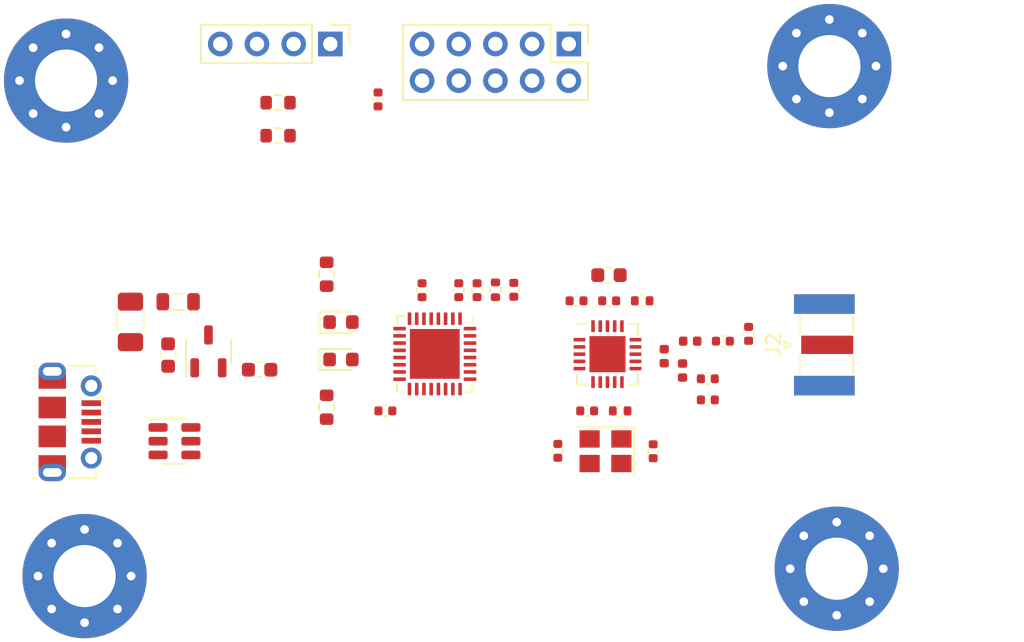
<source format=kicad_pcb>
(kicad_pcb (version 20221018) (generator pcbnew)
  (layers (0 "F.Cu" signal) (31 "B.Cu" signal) (34 "B.Paste" user) (35 "F.Paste" user) (36 "B.SilkS" user "B.Silkscreen") (37 "F.SilkS" user "F.Silkscreen") (38 "B.Mask" user) (39 "F.Mask" user) (44 "Edge.Cuts" user))
  (net 0 "")
  (net 1 "+3V3")
  (net 2 "I2C1_SDA")
  (net 3 "I2C1_SCL")
  (net 4 "Net-(D2-K)")
  (net 5 "GND")
  (net 6 "Net-(D1-K)")
  (net 7 "NRF_XC2")
  (net 8 "NRF_XC1")
  (net 9 "Net-(U4-IREF)")
  (net 10 "Net-(U3-PH3)")
  (net 11 "USB_D+")
  (net 12 "USB_D-")
  (net 13 "USB_CONN_D-")
  (net 14 "+5V")
  (net 15 "USB_CONN_D+")
  (net 16 "Net-(U1-VI)")
  (net 19 "NRST")
  (net 22 "Net-(D2-A)")
  (net 23 "Net-(D1-A)")
  (net 31 "SWDIO")
  (net 32 "SWCLK")
  (net 33 "NRF_IRQ")
  (net 34 "SPI3_SCK")
  (net 35 "SPI3_MISO")
  (net 36 "SPI3_MOSI")
  (net 37 "SPI3_CS")
  (net 38 "NRF_CE")
  (net 39 "NRF_VDD_PA")
  (net 40 "NRF_ANT1")
  (net 41 "NRF_ANT2")
  (net 42 "Net-(U4-DVDD)")
  (net 43 "Net-(F1-Pad2)")
  (net 44 "Net-(C15-Pad2)")
  (net 50 "Net-(J2-In)")
  (footprint "Inductor_SMD:L_0402_1005Metric" (layer "F.Cu") (at 135.382 53.34 90)
    (fp_text reference "L3" hide)
    (fp_text value "2n7" hide)
    (pad "1" smd roundrect (at -0.485 0 90) (size 0.59 0.64) (layers "F.Cu" "F.Paste" "F.Mask") (net 39 "NRF_VDD_PA"))
    (pad "2" smd roundrect (at 0.485 0 90) (size 0.59 0.64) (layers "F.Cu" "F.Paste" "F.Mask") (net 40 "NRF_ANT1"))
  )
  (footprint "Capacitor_SMD:C_0603_1608Metric" (layer "F.Cu") (at 130.289 46.736)
    (fp_text reference "C8" hide)
    (fp_text value "10u" hide)
    (fp_line (start -0.14058 -0.51) (end 0.14058 -0.51) (stroke (width 0.12)) (layer "F.SilkS"))
    (fp_line (start -0.14058 0.51) (end 0.14058 0.51) (stroke (width 0.12)) (layer "F.SilkS"))
    (pad "1" smd roundrect (at -0.775 0) (size 0.9 0.95) (layers "F.Cu" "F.Paste" "F.Mask") (net 1 "+3V3"))
    (pad "2" smd roundrect (at 0.775 0) (size 0.9 0.95) (layers "F.Cu" "F.Paste" "F.Mask") (net 5 "GND"))
  )
  (footprint "LED_SMD:LED_0603_1608Metric" (layer "F.Cu") (at 111.7345 49.988)
    (fp_text reference "D2" hide)
    (fp_text value "BLUE" hide)
    (fp_line (start -1.485 -0.735) (end -1.485 0.735) (stroke (width 0.12)) (layer "F.SilkS"))
    (fp_line (start -1.485 0.735) (end 0.8 0.735) (stroke (width 0.12)) (layer "F.SilkS"))
    (fp_line (start 0.8 -0.735) (end -1.485 -0.735) (stroke (width 0.12)) (layer "F.SilkS"))
    (pad "1" smd roundrect (at -0.7875 0) (size 0.875 0.95) (layers "F.Cu" "F.Paste" "F.Mask") (net 4 "Net-(D2-K)"))
    (pad "2" smd roundrect (at 0.7875 0) (size 0.875 0.95) (layers "F.Cu" "F.Paste" "F.Mask") (net 22 "Net-(D2-A)"))
  )
  (footprint "Capacitor_SMD:C_0402_1005Metric" (layer "F.Cu") (at 128.044 48.514 180)
    (fp_text reference "C12" hide)
    (fp_text value "33n" hide)
    (fp_line (start -0.107836 -0.36) (end 0.107836 -0.36) (stroke (width 0.12)) (layer "F.SilkS"))
    (fp_line (start -0.107836 0.36) (end 0.107836 0.36) (stroke (width 0.12)) (layer "F.SilkS"))
    (pad "1" smd roundrect (at -0.48 0 180) (size 0.56 0.62) (layers "F.Cu" "F.Paste" "F.Mask") (net 42 "Net-(U4-DVDD)"))
    (pad "2" smd roundrect (at 0.48 0 180) (size 0.56 0.62) (layers "F.Cu" "F.Paste" "F.Mask") (net 5 "GND"))
  )
  (footprint "Capacitor_SMD:C_0402_1005Metric" (layer "F.Cu") (at 114.808 56.134 180)
    (fp_text reference "C6" hide)
    (fp_text value "100n" hide)
    (fp_line (start -0.107836 -0.36) (end 0.107836 -0.36) (stroke (width 0.12)) (layer "F.SilkS"))
    (fp_line (start -0.107836 0.36) (end 0.107836 0.36) (stroke (width 0.12)) (layer "F.SilkS"))
    (pad "1" smd roundrect (at -0.48 0 180) (size 0.56 0.62) (layers "F.Cu" "F.Paste" "F.Mask") (net 1 "+3V3"))
    (pad "2" smd roundrect (at 0.48 0 180) (size 0.56 0.62) (layers "F.Cu" "F.Paste" "F.Mask") (net 5 "GND"))
  )
  (footprint "Capacitor_SMD:C_0402_1005Metric" (layer "F.Cu") (at 130.302 48.514)
    (fp_text reference "C11" hide)
    (fp_text value "10n" hide)
    (fp_line (start -0.107836 -0.36) (end 0.107836 -0.36) (stroke (width 0.12)) (layer "F.SilkS"))
    (fp_line (start -0.107836 0.36) (end 0.107836 0.36) (stroke (width 0.12)) (layer "F.SilkS"))
    (pad "1" smd roundrect (at -0.48 0) (size 0.56 0.62) (layers "F.Cu" "F.Paste" "F.Mask") (net 1 "+3V3"))
    (pad "2" smd roundrect (at 0.48 0) (size 0.56 0.62) (layers "F.Cu" "F.Paste" "F.Mask") (net 5 "GND"))
  )
  (footprint "MountingHole:MountingHole_4.3mm_M4_Pad_Via" (layer "F.Cu") (at 92.704419 33.268419)
    (fp_text reference "H3" hide)
    (fp_text value "MountingHole_Pad" hide)
    (pad "1" thru_hole circle (at -3.225 0) (size 0.9 0.9) (drill 0.6) (layers "*.Cu" "*.Mask") (net 5 "GND"))
    (pad "1" thru_hole circle (at -2.280419 -2.280419) (size 0.9 0.9) (drill 0.6) (layers "*.Cu" "*.Mask") (net 5 "GND"))
    (pad "1" thru_hole circle (at -2.280419 2.280419) (size 0.9 0.9) (drill 0.6) (layers "*.Cu" "*.Mask") (net 5 "GND"))
    (pad "1" thru_hole circle (at 0 -3.225) (size 0.9 0.9) (drill 0.6) (layers "*.Cu" "*.Mask") (net 5 "GND"))
    (pad "1" thru_hole circle (at 0 0) (size 8.6 8.6) (drill 4.3) (layers "*.Cu" "*.Mask") (net 5 "GND"))
    (pad "1" thru_hole circle (at 0 3.225) (size 0.9 0.9) (drill 0.6) (layers "*.Cu" "*.Mask") (net 5 "GND"))
    (pad "1" thru_hole circle (at 2.280419 -2.280419) (size 0.9 0.9) (drill 0.6) (layers "*.Cu" "*.Mask") (net 5 "GND"))
    (pad "1" thru_hole circle (at 2.280419 2.280419) (size 0.9 0.9) (drill 0.6) (layers "*.Cu" "*.Mask") (net 5 "GND"))
    (pad "1" thru_hole circle (at 3.225 0) (size 0.9 0.9) (drill 0.6) (layers "*.Cu" "*.Mask") (net 5 "GND"))
  )
  (footprint "MountingHole:MountingHole_4.3mm_M4_Pad_Via" (layer "F.Cu") (at 93.985581 67.569581)
    (fp_text reference "H4" hide)
    (fp_text value "MountingHole_Pad" hide)
    (pad "1" thru_hole circle (at -3.225 0) (size 0.9 0.9) (drill 0.6) (layers "*.Cu" "*.Mask") (net 5 "GND"))
    (pad "1" thru_hole circle (at -2.280419 -2.280419) (size 0.9 0.9) (drill 0.6) (layers "*.Cu" "*.Mask") (net 5 "GND"))
    (pad "1" thru_hole circle (at -2.280419 2.280419) (size 0.9 0.9) (drill 0.6) (layers "*.Cu" "*.Mask") (net 5 "GND"))
    (pad "1" thru_hole circle (at 0 -3.225) (size 0.9 0.9) (drill 0.6) (layers "*.Cu" "*.Mask") (net 5 "GND"))
    (pad "1" thru_hole circle (at 0 0) (size 8.6 8.6) (drill 4.3) (layers "*.Cu" "*.Mask") (net 5 "GND"))
    (pad "1" thru_hole circle (at 0 3.225) (size 0.9 0.9) (drill 0.6) (layers "*.Cu" "*.Mask") (net 5 "GND"))
    (pad "1" thru_hole circle (at 2.280419 -2.280419) (size 0.9 0.9) (drill 0.6) (layers "*.Cu" "*.Mask") (net 5 "GND"))
    (pad "1" thru_hole circle (at 2.280419 2.280419) (size 0.9 0.9) (drill 0.6) (layers "*.Cu" "*.Mask") (net 5 "GND"))
    (pad "1" thru_hole circle (at 3.225 0) (size 0.9 0.9) (drill 0.6) (layers "*.Cu" "*.Mask") (net 5 "GND"))
  )
  (footprint "Capacitor_SMD:C_0402_1005Metric" (layer "F.Cu") (at 117.348 47.78 90)
    (fp_text reference "C7" hide)
    (fp_text value "100n" hide)
    (fp_line (start -0.107836 -0.36) (end 0.107836 -0.36) (stroke (width 0.12)) (layer "F.SilkS"))
    (fp_line (start -0.107836 0.36) (end 0.107836 0.36) (stroke (width 0.12)) (layer "F.SilkS"))
    (pad "1" smd roundrect (at -0.48 0 90) (size 0.56 0.62) (layers "F.Cu" "F.Paste" "F.Mask") (net 1 "+3V3"))
    (pad "2" smd roundrect (at 0.48 0 90) (size 0.56 0.62) (layers "F.Cu" "F.Paste" "F.Mask") (net 5 "GND"))
  )
  (footprint "MountingHole:MountingHole_4.3mm_M4_Pad_Via" (layer "F.Cu") (at 145.547581 32.263581)
    (fp_text reference "H1" hide)
    (fp_text value "MountingHole_Pad" hide)
    (pad "1" thru_hole circle (at -3.225 0) (size 0.9 0.9) (drill 0.6) (layers "*.Cu" "*.Mask") (net 5 "GND"))
    (pad "1" thru_hole circle (at -2.280419 -2.280419) (size 0.9 0.9) (drill 0.6) (layers "*.Cu" "*.Mask") (net 5 "GND"))
    (pad "1" thru_hole circle (at -2.280419 2.280419) (size 0.9 0.9) (drill 0.6) (layers "*.Cu" "*.Mask") (net 5 "GND"))
    (pad "1" thru_hole circle (at 0 -3.225) (size 0.9 0.9) (drill 0.6) (layers "*.Cu" "*.Mask") (net 5 "GND"))
    (pad "1" thru_hole circle (at 0 0) (size 8.6 8.6) (drill 4.3) (layers "*.Cu" "*.Mask") (net 5 "GND"))
    (pad "1" thru_hole circle (at 0 3.225) (size 0.9 0.9) (drill 0.6) (layers "*.Cu" "*.Mask") (net 5 "GND"))
    (pad "1" thru_hole circle (at 2.280419 -2.280419) (size 0.9 0.9) (drill 0.6) (layers "*.Cu" "*.Mask") (net 5 "GND"))
    (pad "1" thru_hole circle (at 2.280419 2.280419) (size 0.9 0.9) (drill 0.6) (layers "*.Cu" "*.Mask") (net 5 "GND"))
    (pad "1" thru_hole circle (at 3.225 0) (size 0.9 0.9) (drill 0.6) (layers "*.Cu" "*.Mask") (net 5 "GND"))
  )
  (footprint "Capacitor_SMD:C_0402_1005Metric" (layer "F.Cu") (at 114.3 34.572 90)
    (fp_text reference "C3" hide)
    (fp_text value "100n" hide)
    (fp_line (start -0.107836 -0.36) (end 0.107836 -0.36) (stroke (width 0.12)) (layer "F.SilkS"))
    (fp_line (start -0.107836 0.36) (end 0.107836 0.36) (stroke (width 0.12)) (layer "F.SilkS"))
    (pad "1" smd roundrect (at -0.48 0 90) (size 0.56 0.62) (layers "F.Cu" "F.Paste" "F.Mask") (net 19 "NRST"))
    (pad "2" smd roundrect (at 0.48 0 90) (size 0.56 0.62) (layers "F.Cu" "F.Paste" "F.Mask") (net 5 "GND"))
  )
  (footprint "Connector_PinHeader_2.54mm:PinHeader_1x04_P2.54mm_Vertical" (layer "F.Cu") (at 110.998 30.734 -90)
    (fp_text reference "J4" hide)
    (fp_text value "Conn_01x04" hide)
    (fp_line (start -1.33 -1.33) (end 0 -1.33) (stroke (width 0.12)) (layer "F.SilkS"))
    (fp_line (start -1.33 0) (end -1.33 -1.33) (stroke (width 0.12)) (layer "F.SilkS"))
    (fp_line (start -1.33 1.27) (end -1.33 8.95) (stroke (width 0.12)) (layer "F.SilkS"))
    (fp_line (start -1.33 1.27) (end 1.33 1.27) (stroke (width 0.12)) (layer "F.SilkS"))
    (fp_line (start -1.33 8.95) (end 1.33 8.95) (stroke (width 0.12)) (layer "F.SilkS"))
    (fp_line (start 1.33 1.27) (end 1.33 8.95) (stroke (width 0.12)) (layer "F.SilkS"))
    (pad "1" thru_hole rect (at 0 0 270) (size 1.7 1.7) (drill 1) (layers "*.Cu" "*.Mask") (net 2 "I2C1_SDA"))
    (pad "2" thru_hole oval (at 0 2.54 270) (size 1.7 1.7) (drill 1) (layers "*.Cu" "*.Mask") (net 3 "I2C1_SCL"))
    (pad "3" thru_hole oval (at 0 5.08 270) (size 1.7 1.7) (drill 1) (layers "*.Cu" "*.Mask") (net 1 "+3V3"))
    (pad "4" thru_hole oval (at 0 7.62 270) (size 1.7 1.7) (drill 1) (layers "*.Cu" "*.Mask") (net 5 "GND"))
  )
  (footprint "Capacitor_SMD:C_0402_1005Metric" (layer "F.Cu") (at 126.746 58.9 90)
    (fp_text reference "C14" hide)
    (fp_text value "12p" hide)
    (fp_line (start -0.107836 -0.36) (end 0.107836 -0.36) (stroke (width 0.12)) (layer "F.SilkS"))
    (fp_line (start -0.107836 0.36) (end 0.107836 0.36) (stroke (width 0.12)) (layer "F.SilkS"))
    (pad "1" smd roundrect (at -0.48 0 90) (size 0.56 0.62) (layers "F.Cu" "F.Paste" "F.Mask") (net 7 "NRF_XC2"))
    (pad "2" smd roundrect (at 0.48 0 90) (size 0.56 0.62) (layers "F.Cu" "F.Paste" "F.Mask") (net 5 "GND"))
  )
  (footprint "Crystal:Crystal_SMD_3225-4Pin_3.2x2.5mm" (layer "F.Cu") (at 130.048 58.928 180)
    (fp_text reference "Y1" hide)
    (fp_text value "16MHz" hide)
    (fp_line (start -2 -1.65) (end -2 1.65) (stroke (width 0.12)) (layer "F.SilkS"))
    (fp_line (start -2 1.65) (end 2 1.65) (stroke (width 0.12)) (layer "F.SilkS"))
    (pad "1" smd rect (at -1.1 0.85 180) (size 1.4 1.2) (layers "F.Cu" "F.Paste" "F.Mask") (net 8 "NRF_XC1"))
    (pad "2" smd rect (at 1.1 0.85 180) (size 1.4 1.2) (layers "F.Cu" "F.Paste" "F.Mask") (net 5 "GND"))
    (pad "3" smd rect (at 1.1 -0.85 180) (size 1.4 1.2) (layers "F.Cu" "F.Paste" "F.Mask") (net 7 "NRF_XC2"))
    (pad "4" smd rect (at -1.1 -0.85 180) (size 1.4 1.2) (layers "F.Cu" "F.Paste" "F.Mask") (net 5 "GND"))
  )
  (footprint "Resistor_SMD:R_0603_1608Metric" (layer "F.Cu") (at 107.379 34.798)
    (fp_text reference "R6" hide)
    (fp_text value "2k2" hide)
    (fp_line (start -0.237258 -0.5225) (end 0.237258 -0.5225) (stroke (width 0.12)) (layer "F.SilkS"))
    (fp_line (start -0.237258 0.5225) (end 0.237258 0.5225) (stroke (width 0.12)) (layer "F.SilkS"))
    (pad "1" smd roundrect (at -0.825 0) (size 0.8 0.95) (layers "F.Cu" "F.Paste" "F.Mask") (net 1 "+3V3"))
    (pad "2" smd roundrect (at 0.825 0) (size 0.8 0.95) (layers "F.Cu" "F.Paste" "F.Mask") (net 3 "I2C1_SCL"))
  )
  (footprint "Capacitor_SMD:C_0402_1005Metric" (layer "F.Cu") (at 133.35 58.928 -90)
    (fp_text reference "C13" hide)
    (fp_text value "12p" hide)
    (fp_line (start -0.107836 -0.36) (end 0.107836 -0.36) (stroke (width 0.12)) (layer "F.SilkS"))
    (fp_line (start -0.107836 0.36) (end 0.107836 0.36) (stroke (width 0.12)) (layer "F.SilkS"))
    (pad "1" smd roundrect (at -0.48 0 270) (size 0.56 0.62) (layers "F.Cu" "F.Paste" "F.Mask") (net 8 "NRF_XC1"))
    (pad "2" smd roundrect (at 0.48 0 270) (size 0.56 0.62) (layers "F.Cu" "F.Paste" "F.Mask") (net 5 "GND"))
  )
  (footprint "Resistor_SMD:R_0402_1005Metric" (layer "F.Cu") (at 122.428 47.752 90)
    (fp_text reference "R1" hide)
    (fp_text value "10k" hide)
    (fp_line (start -0.153641 -0.38) (end 0.153641 -0.38) (stroke (width 0.12)) (layer "F.SilkS"))
    (fp_line (start -0.153641 0.38) (end 0.153641 0.38) (stroke (width 0.12)) (layer "F.SilkS"))
    (pad "1" smd roundrect (at -0.51 0 90) (size 0.54 0.64) (layers "F.Cu" "F.Paste" "F.Mask") (net 10 "Net-(U3-PH3)"))
    (pad "2" smd roundrect (at 0.51 0 90) (size 0.54 0.64) (layers "F.Cu" "F.Paste" "F.Mask") (net 5 "GND"))
  )
  (footprint "Capacitor_SMD:C_0402_1005Metric" (layer "F.Cu") (at 137.132 53.91 180)
    (fp_text reference "C18" hide)
    (fp_text value "4p7" hide)
    (fp_line (start -0.107836 -0.36) (end 0.107836 -0.36) (stroke (width 0.12)) (layer "F.SilkS"))
    (fp_line (start -0.107836 0.36) (end 0.107836 0.36) (stroke (width 0.12)) (layer "F.SilkS"))
    (pad "1" smd roundrect (at -0.48 0 180) (size 0.56 0.62) (layers "F.Cu" "F.Paste" "F.Mask") (net 5 "GND"))
    (pad "2" smd roundrect (at 0.48 0 180) (size 0.56 0.62) (layers "F.Cu" "F.Paste" "F.Mask") (net 39 "NRF_VDD_PA"))
  )
  (footprint "Resistor_SMD:R_0603_1608Metric" (layer "F.Cu") (at 110.744 46.673 90)
    (fp_text reference "R3" hide)
    (fp_text value "2k2" hide)
    (fp_line (start -0.237258 -0.5225) (end 0.237258 -0.5225) (stroke (width 0.12)) (layer "F.SilkS"))
    (fp_line (start -0.237258 0.5225) (end 0.237258 0.5225) (stroke (width 0.12)) (layer "F.SilkS"))
    (pad "1" smd roundrect (at -0.825 0 90) (size 0.8 0.95) (layers "F.Cu" "F.Paste" "F.Mask") (net 4 "Net-(D2-K)"))
    (pad "2" smd roundrect (at 0.825 0 90) (size 0.8 0.95) (layers "F.Cu" "F.Paste" "F.Mask") (net 5 "GND"))
  )
  (footprint "LED_SMD:LED_0603_1608Metric" (layer "F.Cu") (at 111.7345 52.578)
    (fp_text reference "D1" hide)
    (fp_text value "GREEN" hide)
    (fp_line (start -1.485 -0.735) (end -1.485 0.735) (stroke (width 0.12)) (layer "F.SilkS"))
    (fp_line (start -1.485 0.735) (end 0.8 0.735) (stroke (width 0.12)) (layer "F.SilkS"))
    (fp_line (start 0.8 -0.735) (end -1.485 -0.735) (stroke (width 0.12)) (layer "F.SilkS"))
    (pad "1" smd roundrect (at -0.7875 0) (size 0.875 0.95) (layers "F.Cu" "F.Paste" "F.Mask") (net 6 "Net-(D1-K)"))
    (pad "2" smd roundrect (at 0.7875 0) (size 0.875 0.95) (layers "F.Cu" "F.Paste" "F.Mask") (net 23 "Net-(D1-A)"))
  )
  (footprint "Package_TO_SOT_SMD:SOT-23-3" (layer "F.Cu") (at 102.5605 52.0145 90)
    (fp_text reference "U1" hide)
    (fp_text value "XC6206P332MR" hide)
    (fp_line (start 0 -1.56) (end -1.8 -1.56) (stroke (width 0.12)) (layer "F.SilkS"))
    (fp_line (start 0 -1.56) (end 0.8 -1.56) (stroke (width 0.12)) (layer "F.SilkS"))
    (fp_line (start 0 1.56) (end -0.8 1.56) (stroke (width 0.12)) (layer "F.SilkS"))
    (fp_line (start 0 1.56) (end 0.8 1.56) (stroke (width 0.12)) (layer "F.SilkS"))
    (pad "1" smd roundrect (at -1.1375 -0.95 90) (size 1.325 0.6) (layers "F.Cu" "F.Paste" "F.Mask") (net 5 "GND"))
    (pad "2" smd roundrect (at -1.1375 0.95 90) (size 1.325 0.6) (layers "F.Cu" "F.Paste" "F.Mask") (net 1 "+3V3"))
    (pad "3" smd roundrect (at 1.1375 0 90) (size 1.325 0.6) (layers "F.Cu" "F.Paste" "F.Mask") (net 16 "Net-(U1-VI)"))
  )
  (footprint "Capacitor_SMD:C_0402_1005Metric" (layer "F.Cu") (at 121.158 47.78 90)
    (fp_text reference "C5" hide)
    (fp_text value "100n" hide)
    (fp_line (start -0.107836 -0.36) (end 0.107836 -0.36) (stroke (width 0.12)) (layer "F.SilkS"))
    (fp_line (start -0.107836 0.36) (end 0.107836 0.36) (stroke (width 0.12)) (layer "F.SilkS"))
    (pad "1" smd roundrect (at -0.48 0 90) (size 0.56 0.62) (layers "F.Cu" "F.Paste" "F.Mask") (net 1 "+3V3"))
    (pad "2" smd roundrect (at 0.48 0 90) (size 0.56 0.62) (layers "F.Cu" "F.Paste" "F.Mask") (net 5 "GND"))
  )
  (footprint "Connector_PinHeader_2.54mm:PinHeader_2x05_P2.54mm_Vertical" (layer "F.Cu") (at 127.508 30.734 -90)
    (fp_text reference "J3" hide)
    (fp_text value "10 pin for stlink" hide)
    (fp_line (start -1.33 -1.33) (end 0 -1.33) (stroke (width 0.12)) (layer "F.SilkS"))
    (fp_line (start -1.33 0) (end -1.33 -1.33) (stroke (width 0.12)) (layer "F.SilkS"))
    (fp_line (start -1.33 1.27) (end -1.33 11.49) (stroke (width 0.12)) (layer "F.SilkS"))
    (fp_line (start -1.33 1.27) (end 1.27 1.27) (stroke (width 0.12)) (layer "F.SilkS"))
    (fp_line (start -1.33 11.49) (end 3.87 11.49) (stroke (width 0.12)) (layer "F.SilkS"))
    (fp_line (start 1.27 -1.33) (end 3.87 -1.33) (stroke (width 0.12)) (layer "F.SilkS"))
    (fp_line (start 1.27 1.27) (end 1.27 -1.33) (stroke (width 0.12)) (layer "F.SilkS"))
    (fp_line (start 3.87 -1.33) (end 3.87 11.49) (stroke (width 0.12)) (layer "F.SilkS"))
    (pad "1" thru_hole rect (at 0 0 270) (size 1.7 1.7) (drill 1) (layers "*.Cu" "*.Mask") (net 1 "+3V3"))
    (pad "2" thru_hole oval (at 2.54 0 270) (size 1.7 1.7) (drill 1) (layers "*.Cu" "*.Mask") (net 31 "SWDIO"))
    (pad "3" thru_hole oval (at 0 2.54 270) (size 1.7 1.7) (drill 1) (layers "*.Cu" "*.Mask") (net 5 "GND"))
    (pad "4" thru_hole oval (at 2.54 2.54 270) (size 1.7 1.7) (drill 1) (layers "*.Cu" "*.Mask") (net 32 "SWCLK"))
    (pad "5" thru_hole oval (at 0 5.08 270) (size 1.7 1.7) (drill 1) (layers "*.Cu" "*.Mask") (net 5 "GND"))
    (pad "6" thru_hole oval (at 2.54 5.08 270) (size 1.7 1.7) (drill 1) (layers "*.Cu" "*.Mask"))
    (pad "7" thru_hole oval (at 0 7.62 270) (size 1.7 1.7) (drill 1) (layers "*.Cu" "*.Mask"))
    (pad "8" thru_hole oval (at 2.54 7.62 270) (size 1.7 1.7) (drill 1) (layers "*.Cu" "*.Mask"))
    (pad "9" thru_hole oval (at 0 10.16 270) (size 1.7 1.7) (drill 1) (layers "*.Cu" "*.Mask") (net 5 "GND"))
    (pad "10" thru_hole oval (at 2.54 10.16 270) (size 1.7 1.7) (drill 1) (layers "*.Cu" "*.Mask") (net 19 "NRST"))
  )
  (footprint "Resistor_SMD:R_0402_1005Metric" (layer "F.Cu") (at 132.588 48.514 180)
    (fp_text reference "R4" hide)
    (fp_text value "22k" hide)
    (fp_line (start -0.153641 -0.38) (end 0.153641 -0.38) (stroke (width 0.12)) (layer "F.SilkS"))
    (fp_line (start -0.153641 0.38) (end 0.153641 0.38) (stroke (width 0.12)) (layer "F.SilkS"))
    (pad "1" smd roundrect (at -0.51 0 180) (size 0.54 0.64) (layers "F.Cu" "F.Paste" "F.Mask") (net 9 "Net-(U4-IREF)"))
    (pad "2" smd roundrect (at 0.51 0 180) (size 0.54 0.64) (layers "F.Cu" "F.Paste" "F.Mask") (net 5 "GND"))
  )
  (footprint "Capacitor_SMD:C_0402_1005Metric" (layer "F.Cu") (at 128.778 56.134)
    (fp_text reference "C9" hide)
    (fp_text value "10n" hide)
    (fp_line (start -0.107836 -0.36) (end 0.107836 -0.36) (stroke (width 0.12)) (layer "F.SilkS"))
    (fp_line (start -0.107836 0.36) (end 0.107836 0.36) (stroke (width 0.12)) (layer "F.SilkS"))
    (pad "1" smd roundrect (at -0.48 0) (size 0.56 0.62) (layers "F.Cu" "F.Paste" "F.Mask") (net 1 "+3V3"))
    (pad "2" smd roundrect (at 0.48 0) (size 0.56 0.62) (layers "F.Cu" "F.Paste" "F.Mask") (net 5 "GND"))
  )
  (footprint "Package_TO_SOT_SMD:SOT-23-6" (layer "F.Cu") (at 100.2085 58.232)
    (fp_text reference "U2" hide)
    (fp_text value "USBLC6-2SC6" hide)
    (fp_line (start 0 -1.56) (end -1.8 -1.56) (stroke (width 0.12)) (layer "F.SilkS"))
    (fp_line (start 0 -1.56) (end 0.8 -1.56) (stroke (width 0.12)) (layer "F.SilkS"))
    (fp_line (start 0 1.56) (end -0.8 1.56) (stroke (width 0.12)) (layer "F.SilkS"))
    (fp_line (start 0 1.56) (end 0.8 1.56) (stroke (width 0.12)) (layer "F.SilkS"))
    (pad "1" smd roundrect (at -1.1375 -0.95) (size 1.325 0.6) (layers "F.Cu" "F.Paste" "F.Mask") (net 11 "USB_D+"))
    (pad "2" smd roundrect (at -1.1375 0) (size 1.325 0.6) (layers "F.Cu" "F.Paste" "F.Mask") (net 5 "GND"))
    (pad "3" smd roundrect (at -1.1375 0.95) (size 1.325 0.6) (layers "F.Cu" "F.Paste" "F.Mask") (net 12 "USB_D-"))
    (pad "4" smd roundrect (at 1.1375 0.95) (size 1.325 0.6) (layers "F.Cu" "F.Paste" "F.Mask") (net 13 "USB_CONN_D-"))
    (pad "5" smd roundrect (at 1.1375 0) (size 1.325 0.6) (layers "F.Cu" "F.Paste" "F.Mask") (net 14 "+5V"))
    (pad "6" smd roundrect (at 1.1375 -0.95) (size 1.325 0.6) (layers "F.Cu" "F.Paste" "F.Mask") (net 15 "USB_CONN_D+"))
  )
  (footprint "Capacitor_SMD:C_0402_1005Metric" (layer "F.Cu") (at 137.132 55.372 180)
    (fp_text reference "C17" hide)
    (fp_text value "2n2" hide)
    (fp_line (start -0.107836 -0.36) (end 0.107836 -0.36) (stroke (width 0.12)) (layer "F.SilkS"))
    (fp_line (start -0.107836 0.36) (end 0.107836 0.36) (stroke (width 0.12)) (layer "F.SilkS"))
    (pad "1" smd roundrect (at -0.48 0 180) (size 0.56 0.62) (layers "F.Cu" "F.Paste" "F.Mask") (net 5 "GND"))
    (pad "2" smd roundrect (at 0.48 0 180) (size 0.56 0.62) (layers "F.Cu" "F.Paste" "F.Mask") (net 39 "NRF_VDD_PA"))
  )
  (footprint "Capacitor_SMD:C_0603_1608Metric" (layer "F.Cu") (at 99.7665 52.2685 -90)
    (fp_text reference "C1" hide)
    (fp_text value "10u" hide)
    (fp_line (start -0.14058 -0.51) (end 0.14058 -0.51) (stroke (width 0.12)) (layer "F.SilkS"))
    (fp_line (start -0.14058 0.51) (end 0.14058 0.51) (stroke (width 0.12)) (layer "F.SilkS"))
    (pad "1" smd roundrect (at -0.775 0 270) (size 0.9 0.95) (layers "F.Cu" "F.Paste" "F.Mask") (net 16 "Net-(U1-VI)"))
    (pad "2" smd roundrect (at 0.775 0 270) (size 0.9 0.95) (layers "F.Cu" "F.Paste" "F.Mask") (net 5 "GND"))
  )
  (footprint "Resistor_SMD:R_0603_1608Metric" (layer "F.Cu") (at 107.379 37.084)
    (fp_text reference "R7" hide)
    (fp_text value "2k2" hide)
    (fp_line (start -0.237258 -0.5225) (end 0.237258 -0.5225) (stroke (width 0.12)) (layer "F.SilkS"))
    (fp_line (start -0.237258 0.5225) (end 0.237258 0.5225) (stroke (width 0.12)) (layer "F.SilkS"))
    (pad "1" smd roundrect (at -0.825 0) (size 0.8 0.95) (layers "F.Cu" "F.Paste" "F.Mask") (net 1 "+3V3"))
    (pad "2" smd roundrect (at 0.825 0) (size 0.8 0.95) (layers "F.Cu" "F.Paste" "F.Mask") (net 2 "I2C1_SDA"))
  )
  (footprint "Resistor_SMD:R_0402_1005Metric" (layer "F.Cu") (at 131.064 56.134)
    (fp_text reference "R5" hide)
    (fp_text value "1M" hide)
    (fp_line (start -0.153641 -0.38) (end 0.153641 -0.38) (stroke (width 0.12)) (layer "F.SilkS"))
    (fp_line (start -0.153641 0.38) (end 0.153641 0.38) (stroke (width 0.12)) (layer "F.SilkS"))
    (pad "1" smd roundrect (at -0.51 0) (size 0.54 0.64) (layers "F.Cu" "F.Paste" "F.Mask") (net 7 "NRF_XC2"))
    (pad "2" smd roundrect (at 0.51 0) (size 0.54 0.64) (layers "F.Cu" "F.Paste" "F.Mask") (net 8 "NRF_XC1"))
  )
  (footprint "Connector_USB:USB_Micro-B_Molex-105017-0001" (layer "F.Cu") (at 92.9845 56.9005 -90)
    (fp_text reference "J1" hide)
    (fp_text value "USB_B_Micro" hide)
    (fp_line (start -3.9 -1.7625) (end -3.45 -1.7625) (stroke (width 0.12)) (layer "F.SilkS"))
    (fp_line (start -3.9 0.0875) (end -3.9 -1.7625) (stroke (width 0.12)) (layer "F.SilkS"))
    (fp_line (start -3.9 2.6375) (end -3.9 2.3875) (stroke (width 0.12)) (layer "F.SilkS"))
    (fp_line (start -1.7 -2.3125) (end -1.7 -1.8625) (stroke (width 0.12)) (layer "F.SilkS"))
    (fp_line (start -1.7 -2.3125) (end -1.25 -2.3125) (stroke (width 0.12)) (layer "F.SilkS"))
    (fp_line (start 3.9 -1.7625) (end 3.45 -1.7625) (stroke (width 0.12)) (layer "F.SilkS"))
    (fp_line (start 3.9 0.0875) (end 3.9 -1.7625) (stroke (width 0.12)) (layer "F.SilkS"))
    (fp_line (start 3.9 2.6375) (end 3.9 2.3875) (stroke (width 0.12)) (layer "F.SilkS"))
    (pad "1" smd rect (at -1.3 -1.4625 270) (size 0.4 1.35) (layers "F.Cu" "F.Paste" "F.Mask") (net 14 "+5V"))
    (pad "2" smd rect (at -0.65 -1.4625 270) (size 0.4 1.35) (layers "F.Cu" "F.Paste" "F.Mask") (net 13 "USB_CONN_D-"))
    (pad "3" smd rect (at 0 -1.4625 270) (size 0.4 1.35) (layers "F.Cu" "F.Paste" "F.Mask") (net 15 "USB_CONN_D+"))
    (pad "4" smd rect (at 0.65 -1.4625 270) (size 0.4 1.35) (layers "F.Cu" "F.Paste" "F.Mask"))
    (pad "5" smd rect (at 1.3 -1.4625 270) (size 0.4 1.35) (layers "F.Cu" "F.Paste" "F.Mask") (net 5 "GND"))
    (pad "6" thru_hole oval (at -3.5 1.2375 90) (size 1.2 1.9) (drill oval 0.6 1.3) (layers "*.Cu" "*.Mask"))
    (pad "6" smd rect (at -2.9 1.2375 270) (size 1.2 1.9) (layers "F.Cu" "F.Mask"))
    (pad "6" thru_hole circle (at -2.5 -1.4625 270) (size 1.45 1.45) (drill 0.85) (layers "*.Cu" "*.Mask"))
    (pad "6" smd rect (at -1 1.2375 270) (size 1.5 1.9) (layers "F.Cu" "F.Paste" "F.Mask"))
    (pad "6" smd rect (at 1 1.2375 270) (size 1.5 1.9) (layers "F.Cu" "F.Paste" "F.Mask"))
    (pad "6" thru_hole circle (at 2.5 -1.4625 270) (size 1.45 1.45) (drill 0.85) (layers "*.Cu" "*.Mask"))
    (pad "6" smd rect (at 2.9 1.2375 270) (size 1.2 1.9) (layers "F.Cu" "F.Mask"))
    (pad "6" thru_hole oval (at 3.5 1.2375 270) (size 1.2 1.9) (drill oval 0.6 1.3) (layers "*.Cu" "*.Mask"))
  )
  (footprint "Capacitor_SMD:C_0402_1005Metric" (layer "F.Cu") (at 138.176 51.308 180)
    (fp_text reference "C15" hide)
    (fp_text value "1p5" hide)
    (fp_line (start -0.107836 -0.36) (end 0.107836 -0.36) (stroke (width 0.12)) (layer "F.SilkS"))
    (fp_line (start -0.107836 0.36) (end 0.107836 0.36) (stroke (width 0.12)) (layer "F.SilkS"))
    (pad "1" smd roundrect (at -0.48 0 180) (size 0.56 0.62) (layers "F.Cu" "F.Paste" "F.Mask") (net 50 "Net-(J2-In)"))
    (pad "2" smd roundrect (at 0.48 0 180) (size 0.56 0.62) (layers "F.Cu" "F.Paste" "F.Mask") (net 44 "Net-(C15-Pad2)"))
  )
  (footprint "Package_DFN_QFN:QFN-20-1EP_4x4mm_P0.5mm_EP2.5x2.5mm" (layer "F.Cu") (at 130.185 52.207)
    (fp_text reference "U4" hide)
    (fp_text value "nRF24L01P" hide)
    (fp_line (start -2.11 2.11) (end -2.11 1.385) (stroke (width 0.12)) (layer "F.SilkS"))
    (fp_line (start -1.385 -2.11) (end -2.11 -2.11) (stroke (width 0.12)) (layer "F.SilkS"))
    (fp_line (start -1.385 2.11) (end -2.11 2.11) (stroke (width 0.12)) (layer "F.SilkS"))
    (fp_line (start 1.385 -2.11) (end 2.11 -2.11) (stroke (width 0.12)) (layer "F.SilkS"))
    (fp_line (start 1.385 2.11) (end 2.11 2.11) (stroke (width 0.12)) (layer "F.SilkS"))
    (fp_line (start 2.11 -2.11) (end 2.11 -1.385) (stroke (width 0.12)) (layer "F.SilkS"))
    (fp_line (start 2.11 2.11) (end 2.11 1.385) (stroke (width 0.12)) (layer "F.SilkS"))
    (pad "1" smd roundrect (at -1.9375 -1) (size 0.825 0.25) (layers "F.Cu" "F.Paste" "F.Mask") (net 38 "NRF_CE"))
    (pad "2" smd roundrect (at -1.9375 -0.5) (size 0.825 0.25) (layers "F.Cu" "F.Paste" "F.Mask") (net 37 "SPI3_CS"))
    (pad "3" smd roundrect (at -1.9375 0) (size 0.825 0.25) (layers "F.Cu" "F.Paste" "F.Mask") (net 34 "SPI3_SCK"))
    (pad "4" smd roundrect (at -1.9375 0.5) (size 0.825 0.25) (layers "F.Cu" "F.Paste" "F.Mask") (net 36 "SPI3_MOSI"))
    (pad "5" smd roundrect (at -1.9375 1) (size 0.825 0.25) (layers "F.Cu" "F.Paste" "F.Mask") (net 35 "SPI3_MISO"))
    (pad "6" smd roundrect (at -1 1.9375) (size 0.25 0.825) (layers "F.Cu" "F.Paste" "F.Mask") (net 33 "NRF_IRQ"))
    (pad "7" smd roundrect (at -0.5 1.9375) (size 0.25 0.825) (layers "F.Cu" "F.Paste" "F.Mask") (net 1 "+3V3"))
    (pad "8" smd roundrect (at 0 1.9375) (size 0.25 0.825) (layers "F.Cu" "F.Paste" "F.Mask") (net 5 "GND"))
    (pad "9" smd roundrect (at 0.5 1.9375) (size 0.25 0.825) (layers "F.Cu" "F.Paste" "F.Mask") (net 7 "NRF_XC2"))
    (pad "10" smd roundrect (at 1 1.9375) (size 0.25 0.825) (layers "F.Cu" "F.Paste" "F.Mask") (net 8 "NRF_XC1"))
    (pad "11" smd roundrect (at 1.9375 1) (size 0.825 0.25) (layers "F.Cu" "F.Paste" "F.Mask") (net 39 "NRF_VDD_PA"))
    (pad "12" smd roundrect (at 1.9375 0.5) (size 0.825 0.25) (layers "F.Cu" "F.Paste" "F.Mask") (net 40 "NRF_ANT1"))
    (pad "13" smd roundrect (at 1.9375 0) (size 0.825 0.25) (layers "F.Cu" "F.Paste" "F.Mask") (net 41 "NRF_ANT2"))
    (pad "14" smd roundrect (at 1.9375 -0.5) (size 0.825 0.25) (layers "F.Cu" "F.Paste" "F.Mask") (net 5 "GND"))
    (pad "15" smd roundrect (at 1.9375 -1) (size 0.825 0.25) (layers "F.Cu" "F.Paste" "F.Mask") (net 1 "+3V3"))
    (pad "16" smd roundrect (at 1 -1.9375) (size 0.25 0.825) (layers "F.Cu" "F.Paste" "F.Mask") (net 9 "Net-(U4-IREF)"))
    (pad "17" smd roundrect (at 0.5 -1.9375) (size 0.25 0.825) (layers "F.Cu" "F.Paste" "F.Mask") (net 5 "GND"))
    (pad "18" smd roundrect (at 0 -1.9375) (size 0.25 0.825) (layers "F.Cu" "F.Paste" "F.Mask") (net 1 "+3V3"))
    (pad "19" smd roundrect (at -0.5 -1.9375) (size 0.25 0.825) (layers "F.Cu" "F.Paste" "F.Mask") (net 42 "Net-(U4-DVDD)"))
    (pad "20" smd roundrect (at -1 -1.9375) (size 0.25 0.825) (layers "F.Cu" "F.Paste" "F.Mask") (net 5 "GND"))
    (pad "21" smd rect (at 0 0) (size 2.5 2.5) (layers "F.Cu" "F.Mask"))
  )
  (footprint "Connector_Coaxial:SMA_Samtec_SMA-J-P-X-ST-EM1_EdgeMount" (layer "F.Cu") (at 145.1975 51.562 90)
    (fp_text reference "J2" (at 0 -3.5 90) (layer "F.SilkS"))
    (fp_text value "SMA")
    (fp_line (start -1.95 -1.71) (end -0.84 -1.71) (stroke (width 0.12)) (layer "F.SilkS"))
    (fp_line (start -1.95 2) (end -0.84 2) (stroke (width 0.12)) (layer "F.SilkS"))
    (fp_line (start -0.25 -2.76) (end 0 -2.26) (stroke (width 0.12)) (layer "F.SilkS"))
    (fp_line (start 0 -2.26) (end 0.25 -2.76) (stroke (width 0.12)) (layer "F.SilkS"))
    (fp_line (start 0.25 -2.76) (end -0.25 -2.76) (stroke (width 0.12)) (layer "F.SilkS"))
    (fp_line (start 0.84 -1.71) (end 1.95 -1.71) (stroke (width 0.12)) (layer "F.SilkS"))
    (fp_line (start 0.84 2) (end 1.95 2) (stroke (width 0.12)) (layer "F.SilkS"))
    (pad "1" smd rect (at 0 0.2 90) (size 1.27 3.6) (layers "F.Cu" "F.Paste" "F.Mask") (net 50 "Net-(J2-In)"))
    (pad "2" smd rect (at -2.825 0 90) (size 1.35 4.2) (layers "F.Cu" "F.Paste" "F.Mask") (net 5 "GND"))
    (pad "2" smd rect (at -2.825 0 90) (size 1.35 4.2) (layers "B.Cu" "B.Paste" "B.Mask") (net 5 "GND"))
    (pad "2" smd rect (at 2.825 0 90) (size 1.35 4.2) (layers "F.Cu" "F.Paste" "F.Mask") (net 5 "GND"))
    (pad "2" smd rect (at 2.825 0 90) (size 1.35 4.2) (layers "B.Cu" "B.Paste" "B.Mask") (net 5 "GND"))
  )
  (footprint "Fuse:Fuse_1206_3216Metric" (layer "F.Cu") (at 97.1605 49.974 90)
    (fp_text reference "F1" hide)
    (fp_text value "100mA" hide)
    (fp_line (start -0.602064 -0.91) (end 0.602064 -0.91) (stroke (width 0.12)) (layer "F.SilkS"))
    (fp_line (start -0.602064 0.91) (end 0.602064 0.91) (stroke (width 0.12)) (layer "F.SilkS"))
    (pad "1" smd roundrect (at -1.4 0 90) (size 1.25 1.75) (layers "F.Cu" "F.Paste" "F.Mask") (roundrect_rratio 0.2) (net 14 "+5V"))
    (pad "2" smd roundrect (at 1.4 0 90) (size 1.25 1.75) (layers "F.Cu" "F.Paste" "F.Mask") (roundrect_rratio 0.2) (net 43 "Net-(F1-Pad2)"))
  )
  (footprint "Inductor_SMD:L_0805_2012Metric" (layer "F.Cu") (at 100.4625 48.58)
    (fp_text reference "FB1" hide)
    (fp_text value "100 @ 100MHz" hide)
    (fp_line (start -0.399622 -0.56) (end 0.399622 -0.56) (stroke (width 0.12)) (layer "F.SilkS"))
    (fp_line (start -0.399622 0.56) (end 0.399622 0.56) (stroke (width 0.12)) (layer "F.SilkS"))
    (pad "1" smd roundrect (at -1.0625 0) (size 0.875 1.2) (layers "F.Cu" "F.Paste" "F.Mask") (net 43 "Net-(F1-Pad2)"))
    (pad "2" smd roundrect (at 1.0625 0) (size 0.875 1.2) (layers "F.Cu" "F.Paste" "F.Mask") (net 16 "Net-(U1-VI)"))
  )
  (footprint "Inductor_SMD:L_0402_1005Metric" (layer "F.Cu") (at 135.913 51.308)
    (fp_text reference "L1" hide)
    (fp_text value "3n9" hide)
    (pad "1" smd roundrect (at -0.485 0) (size 0.59 0.64) (layers "F.Cu" "F.Paste" "F.Mask") (net 41 "NRF_ANT2"))
    (pad "2" smd roundrect (at 0.485 0) (size 0.59 0.64) (layers "F.Cu" "F.Paste" "F.Mask") (net 44 "Net-(C15-Pad2)"))
  )
  (footprint "Capacitor_SMD:C_0402_1005Metric" (layer "F.Cu") (at 123.698 47.752 90)
    (fp_text reference "C10" hide)
    (fp_text value "10n" hide)
    (fp_line (start -0.107836 -0.36) (end 0.107836 -0.36) (stroke (width 0.12)) (layer "F.SilkS"))
    (fp_line (start -0.107836 0.36) (end 0.107836 0.36) (stroke (width 0.12)) (layer "F.SilkS"))
    (pad "1" smd roundrect (at -0.48 0 90) (size 0.56 0.62) (layers "F.Cu" "F.Paste" "F.Mask") (net 1 "+3V3"))
    (pad "2" smd roundrect (at 0.48 0 90) (size 0.56 0.62) (layers "F.Cu" "F.Paste" "F.Mask") (net 5 "GND"))
  )
  (footprint "Inductor_SMD:L_0402_1005Metric" (layer "F.Cu") (at 134.112 52.347 -90)
    (fp_text reference "L2" hide)
    (fp_text value "8n2" hide)
    (pad "1" smd roundrect (at -0.485 0 270) (size 0.59 0.64) (layers "F.Cu" "F.Paste" "F.Mask") (net 41 "NRF_ANT2"))
    (pad "2" smd roundrect (at 0.485 0 270) (size 0.59 0.64) (layers "F.Cu" "F.Paste" "F.Mask") (net 40 "NRF_ANT1"))
  )
  (footprint "MountingHole:MountingHole_4.3mm_M4_Pad_Via" (layer "F.Cu") (at 146.055581 67.061581)
    (fp_text reference "H2" hide)
    (fp_text value "MountingHole_Pad" hide)
    (pad "1" thru_hole circle (at -3.225 0) (size 0.9 0.9) (drill 0.6) (layers "*.Cu" "*.Mask") (net 5 "GND"))
    (pad "1" thru_hole circle (at -2.280419 -2.280419) (size 0.9 0.9) (drill 0.6) (layers "*.Cu" "*.Mask") (net 5 "GND"))
    (pad "1" thru_hole circle (at -2.280419 2.280419) (size 0.9 0.9) (drill 0.6) (layers "*.Cu" "*.Mask") (net 5 "GND"))
    (pad "1" thru_hole circle (at 0 -3.225) (size 0.9 0.9) (drill 0.6) (layers "*.Cu" "*.Mask") (net 5 "GND"))
    (pad "1" thru_hole circle (at 0 0) (size 8.6 8.6) (drill 4.3) (layers "*.Cu" "*.Mask") (net 5 "GND"))
    (pad "1" thru_hole circle (at 0 3.225) (size 0.9 0.9) (drill 0.6) (layers "*.Cu" "*.Mask") (net 5 "GND"))
    (pad "1" thru_hole circle (at 2.280419 -2.280419) (size 0.9 0.9) (drill 0.6) (layers "*.Cu" "*.Mask") (net 5 "GND"))
    (pad "1" thru_hole circle (at 2.280419 2.280419) (size 0.9 0.9) (drill 0.6) (layers "*.Cu" "*.Mask") (net 5 "GND"))
    (pad "1" thru_hole circle (at 3.225 0) (size 0.9 0.9) (drill 0.6) (layers "*.Cu" "*.Mask") (net 5 "GND"))
  )
  (footprint "Resistor_SMD:R_0603_1608Metric" (layer "F.Cu") (at 110.744 55.88 -90)
    (fp_text reference "R2" hide)
    (fp_text value "2k2" hide)
    (fp_line (start -0.237258 -0.5225) (end 0.237258 -0.5225) (stroke (width 0.12)) (layer "F.SilkS"))
    (fp_line (start -0.237258 0.5225) (end 0.237258 0.5225) (stroke (width 0.12)) (layer "F.SilkS"))
    (pad "1" smd roundrect (at -0.825 0 270) (size 0.8 0.95) (layers "F.Cu" "F.Paste" "F.Mask") (net 6 "Net-(D1-K)"))
    (pad "2" smd roundrect (at 0.825 0 270) (size 0.8 0.95) (layers "F.Cu" "F.Paste" "F.Mask") (net 5 "GND"))
  )
  (footprint "Capacitor_SMD:C_0402_1005Metric" (layer "F.Cu") (at 139.954 50.8 -90)
    (fp_text reference "C16" hide)
    (fp_text value "1p" hide)
    (fp_line (start -0.107836 -0.36) (end 0.107836 -0.36) (stroke (width 0.12)) (layer "F.SilkS"))
    (fp_line (start -0.107836 0.36) (end 0.107836 0.36) (stroke (width 0.12)) (layer "F.SilkS"))
    (pad "1" smd roundrect (at -0.48 0 270) (size 0.56 0.62) (layers "F.Cu" "F.Paste" "F.Mask") (net 5 "GND"))
    (pad "2" smd roundrect (at 0.48 0 270) (size 0.56 0.62) (layers "F.Cu" "F.Paste" "F.Mask") (net 50 "Net-(J2-In)"))
  )
  (footprint "Package_DFN_QFN:QFN-32-1EP_5x5mm_P0.5mm_EP3.45x3.45mm" (layer "F.Cu") (at 118.23 52.19 -90)
    (fp_text reference "U3" hide)
    (fp_text value "STM32L432KBUx" hide)
    (fp_line (start -2.61 2.61) (end -2.61 2.135) (stroke (width 0.12)) (layer "F.SilkS"))
    (fp_line (start -2.135 -2.61) (end -2.61 -2.61) (stroke (width 0.12)) (layer "F.SilkS"))
    (fp_line (start -2.135 2.61) (end -2.61 2.61) (stroke (width 0.12)) (layer "F.SilkS"))
    (fp_line (start 2.135 -2.61) (end 2.61 -2.61) (stroke (width 0.12)) (layer "F.SilkS"))
    (fp_line (start 2.135 2.61) (end 2.61 2.61) (stroke (width 0.12)) (layer "F.SilkS"))
    (fp_line (start 2.61 -2.61) (end 2.61 -2.135) (stroke (width 0.12)) (layer "F.SilkS"))
    (fp_line (start 2.61 2.61) (end 2.61 2.135) (stroke (width 0.12)) (layer "F.SilkS"))
    (pad "1" smd roundrect (at -2.4375 -1.75 270) (size 0.875 0.25) (layers "F.Cu" "F.Paste" "F.Mask") (net 1 "+3V3"))
    (pad "2" smd roundrect (at -2.4375 -1.25 270) (size 0.875 0.25) (layers "F.Cu" "F.Paste" "F.Mask"))
    (pad "3" smd roundrect (at -2.4375 -0.75 270) (size 0.875 0.25) (layers "F.Cu" "F.Paste" "F.Mask"))
    (pad "4" smd roundrect (at -2.4375 -0.25 270) (size 0.875 0.25) (layers "F.Cu" "F.Paste" "F.Mask") (net 19 "NRST"))
    (pad "5" smd roundrect (at -2.4375 0.25 270) (size 0.875 0.25) (layers "F.Cu" "F.Paste" "F.Mask") (net 1 "+3V3"))
    (pad "6" smd roundrect (at -2.4375 0.75 270) (size 0.875 0.25) (layers "F.Cu" "F.Paste" "F.Mask"))
    (pad "7" smd roundrect (at -2.4375 1.25 270) (size 0.875 0.25) (layers "F.Cu" "F.Paste" "F.Mask"))
    (pad "8" smd roundrect (at -2.4375 1.75 270) (size 0.875 0.25) (layers "F.Cu" "F.Paste" "F.Mask") (net 22 "Net-(D2-A)"))
    (pad "9" smd roundrect (at -1.75 2.4375 270) (size 0.25 0.875) (layers "F.Cu" "F.Paste" "F.Mask") (net 23 "Net-(D1-A)"))
    (pad "10" smd roundrect (at -1.25 2.4375 270) (size 0.25 0.875) (layers "F.Cu" "F.Paste" "F.Mask"))
    (pad "11" smd roundrect (at -0.75 2.4375 270) (size 0.25 0.875) (layers "F.Cu" "F.Paste" "F.Mask"))
    (pad "12" smd roundrect (at -0.25 2.4375 270) (size 0.25 0.875) (layers "F.Cu" "F.Paste" "F.Mask"))
    (pad "13" smd roundrect (at 0.25 2.4375 270) (size 0.25 0.875) (layers "F.Cu" "F.Paste" "F.Mask"))
    (pad "14" smd roundrect (at 0.75 2.4375 270) (size 0.25 0.875) (layers "F.Cu" "F.Paste" "F.Mask"))
    (pad "15" smd roundrect (at 1.25 2.4375 270) (size 0.25 0.875) (layers "F.Cu" "F.Paste" "F.Mask"))
    (pad "16" smd roundrect (at 1.75 2.4375 270) (size 0.25 0.875) (layers "F.Cu" "F.Paste" "F.Mask") (net 5 "GND"))
    (pad "17" smd roundrect (at 2.4375 1.75 270) (size 0.875 0.25) (layers "F.Cu" "F.Paste" "F.Mask") (net 1 "+3V3"))
    (pad "18" smd roundrect (at 2.4375 1.25 270) (size 0.875 0.25) (layers "F.Cu" "F.Paste" "F.Mask"))
    (pad "19" smd roundrect (at 2.4375 0.75 270) (size 0.875 0.25) (layers "F.Cu" "F.Paste" "F.Mask") (net 3 "I2C1_SCL"))
    (pad "20" smd roundrect (at 2.4375 0.25 270) (size 0.875 0.25) (layers "F.Cu" "F.Paste" "F.Mask") (net 2 "I2C1_SDA"))
    (pad "21" smd roundrect (at 2.4375 -0.25 270) (size 0.875 0.25) (layers "F.Cu" "F.Paste" "F.Mask") (net 12 "USB_D-"))
    (pad "22" smd roundrect (at 2.4375 -0.75 270) (size 0.875 0.25) (layers "F.Cu" "F.Paste" "F.Mask") (net 11 "USB_D+"))
    (pad "23" smd roundrect (at 2.4375 -1.25 270) (size 0.875 0.25) (layers "F.Cu" "F.Paste" "F.Mask") (net 31 "SWDIO"))
    (pad "24" smd roundrect (at 2.4375 -1.75 270) (size 0.875 0.25) (layers "F.Cu" "F.Paste" "F.Mask") (net 32 "SWCLK"))
    (pad "25" smd roundrect (at 1.75 -2.4375 270) (size 0.25 0.875) (layers "F.Cu" "F.Paste" "F.Mask") (net 33 "NRF_IRQ"))
    (pad "26" smd roundrect (at 1.25 -2.4375 270) (size 0.25 0.875) (layers "F.Cu" "F.Paste" "F.Mask") (net 34 "SPI3_SCK"))
    (pad "27" smd roundrect (at 0.75 -2.4375 270) (size 0.25 0.875) (layers "F.Cu" "F.Paste" "F.Mask") (net 35 "SPI3_MISO"))
    (pad "28" smd roundrect (at 0.25 -2.4375 270) (size 0.25 0.875) (layers "F.Cu" "F.Paste" "F.Mask") (net 36 "SPI3_MOSI"))
    (pad "29" smd roundrect (at -0.25 -2.4375 270) (size 0.25 0.875) (layers "F.Cu" "F.Paste" "F.Mask") (net 37 "SPI3_CS"))
    (pad "30" smd roundrect (at -0.75 -2.4375 270) (size 0.25 0.875) (layers "F.Cu" "F.Paste" "F.Mask") (net 38 "NRF_CE"))
    (pad "31" smd roundrect (at -1.25 -2.4375 270) (size 0.25 0.875) (layers "F.Cu" "F.Paste" "F.Mask") (net 10 "Net-(U3-PH3)"))
    (pad "32" smd roundrect (at -1.75 -2.4375 270) (size 0.25 0.875) (layers "F.Cu" "F.Paste" "F.Mask") (net 5 "GND"))
    (pad "33" smd rect (at 0 0 270) (size 3.45 3.45) (layers "F.Cu" "F.Mask") (net 5 "GND"))
  )
  (footprint "Capacitor_SMD:C_0402_1005Metric" (layer "F.Cu") (at 119.888 47.78 90)
    (fp_text reference "C4" hide)
    (fp_text value "1u" hide)
    (fp_line (start -0.107836 -0.36) (end 0.107836 -0.36) (stroke (width 0.12)) (layer "F.SilkS"))
    (fp_line (start -0.107836 0.36) (end 0.107836 0.36) (stroke (width 0.12)) (layer "F.SilkS"))
    (pad "1" smd roundrect (at -0.48 0 90) (size 0.56 0.62) (layers "F.Cu" "F.Paste" "F.Mask") (net 1 "+3V3"))
    (pad "2" smd roundrect (at 0.48 0 90) (size 0.56 0.62) (layers "F.Cu" "F.Paste" "F.Mask") (net 5 "GND"))
  )
  (footprint "Capacitor_SMD:C_0603_1608Metric" (layer "F.Cu") (at 106.1035 53.2845)
    (fp_text reference "C2" hide)
    (fp_text value "10u" hide)
    (fp_line (start -0.14058 -0.51) (end 0.14058 -0.51) (stroke (width 0.12)) (layer "F.SilkS"))
    (fp_line (start -0.14058 0.51) (end 0.14058 0.51) (stroke (width 0.12)) (layer "F.SilkS"))
    (pad "1" smd roundrect (at -0.775 0) (size 0.9 0.95) (layers "F.Cu" "F.Paste" "F.Mask") (net 1 "+3V3"))
    (pad "2" smd roundrect (at 0.775 0) (size 0.9 0.95) (layers "F.Cu" "F.Paste" "F.Mask") (net 5 "GND"))
  )
)
</source>
